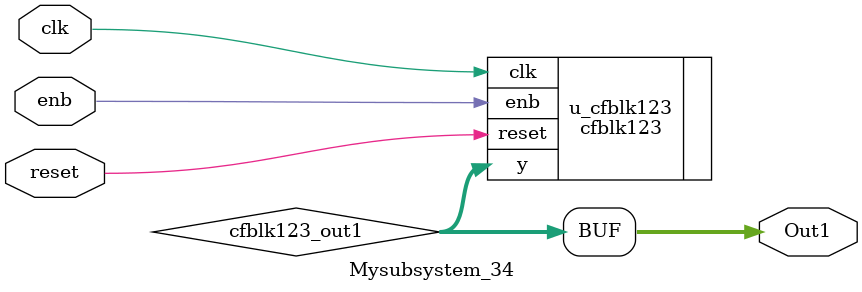
<source format=v>



`timescale 1 ns / 1 ns

module Mysubsystem_34
          (clk,
           reset,
           enb,
           Out1);


  input   clk;
  input   reset;
  input   enb;
  output  [7:0] Out1;  // uint8


  wire [7:0] cfblk123_out1;  // uint8


  cfblk123 u_cfblk123 (.clk(clk),
                       .reset(reset),
                       .enb(enb),
                       .y(cfblk123_out1)  // uint8
                       );

  assign Out1 = cfblk123_out1;

endmodule  // Mysubsystem_34


</source>
